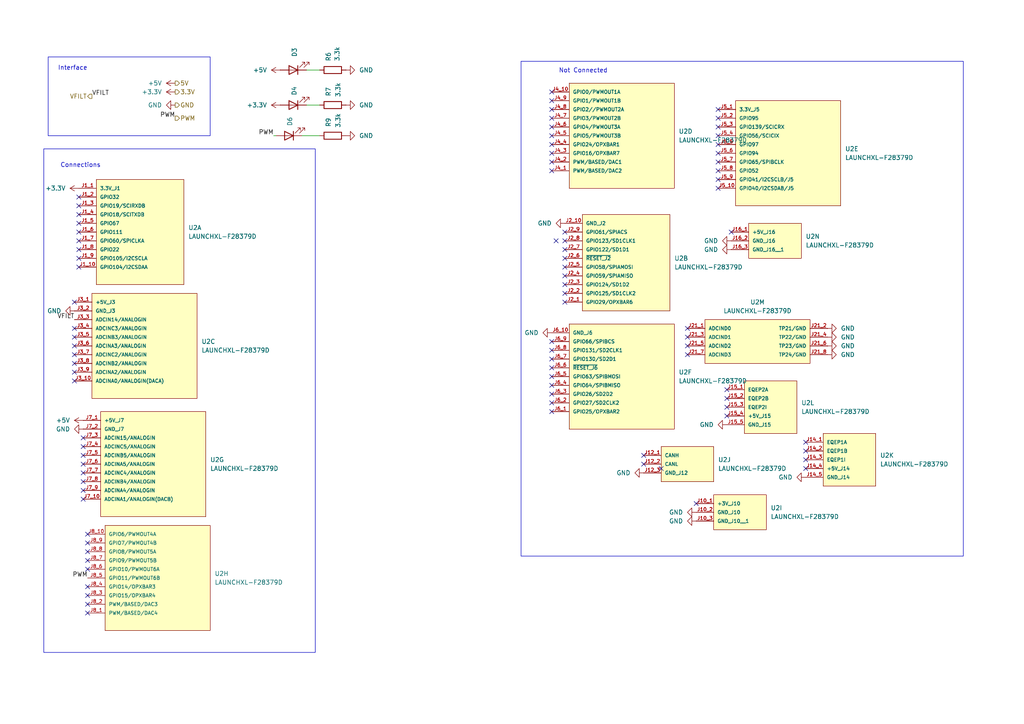
<source format=kicad_sch>
(kicad_sch (version 20231120) (generator "eeschema") (generator_version "8.0")
  (paper "A4")
  (title_block (title "Buck Converter") (date "2025-02-01") (rev "v0"))
  (lib_symbols
    (symbol "Device:R" (pin_numbers hide) (pin_names (offset 0))
      (property "Reference" "R" (at 2.032 0 90))
      (property "Value" "R" (at 0 0 90))
      (symbol "R_0_1"
        (rectangle (start -1.016 -2.54) (end 1.016 2.54) (stroke (width 0.254)))
      )
      (symbol "R_1_1"
        (pin passive line (at 0 3.81 270) (length 1.27) (name "~") (number "1"))
        (pin passive line (at 0 -3.81 90) (length 1.27) (name "~") (number "2"))
      )
    )
    (symbol "LAUNCHXL-F28379D:LAUNCHXL-F28379D" (pin_names (offset 1.016))
      (property "Reference" "U" (at -12.2428 15.9258 0))
      (property "Value" "LAUNCHXL-F28379D" (at -12.7 -17.272 0))
      (symbol "LAUNCHXL-F28379D_1_0"
        (rectangle (start -12.7 -15.24) (end 12.7 15.24) (stroke (width 0.1524)) (fill (type background)))
        (pin power_in line (at -17.78 12.7 0) (length 5.08) (name "3.3V_J1") (number "J1_1"))
        (pin bidirectional line (at -17.78 -10.16 0) (length 5.08) (name "GPIO104/I2CSDAA") (number "J1_10"))
        (pin bidirectional line (at -17.78 10.16 0) (length 5.08) (name "GPIO32") (number "J1_2"))
        (pin bidirectional line (at -17.78 7.62 0) (length 5.08) (name "GPIO19/SCIRXDB") (number "J1_3"))
        (pin bidirectional line (at -17.78 5.08 0) (length 5.08) (name "GPIO18/SCITXDB") (number "J1_4"))
        (pin bidirectional line (at -17.78 2.54 0) (length 5.08) (name "GPIO67") (number "J1_5"))
        (pin bidirectional line (at -17.78 0 0) (length 5.08) (name "GPIO111") (number "J1_6"))
        (pin bidirectional line (at -17.78 -2.54 0) (length 5.08) (name "GPIO60/SPICLKA") (number "J1_7"))
        (pin bidirectional line (at -17.78 -5.08 0) (length 5.08) (name "GPIO22") (number "J1_8"))
        (pin bidirectional line (at -17.78 -7.62 0) (length 5.08) (name "GPIO105/I2CSCLA") (number "J1_9"))
      )
      (symbol "LAUNCHXL-F28379D_2_0"
        (rectangle (start -12.7 -12.7) (end 12.7 15.24) (stroke (width 0.1524)) (fill (type background)))
        (pin bidirectional line (at -17.78 -10.16 0) (length 5.08) (name "GPIO29/OPXBAR6") (number "J2_1"))
        (pin power_in line (at -17.78 12.7 0) (length 5.08) (name "GND_J2") (number "J2_10"))
        (pin bidirectional line (at -17.78 -7.62 0) (length 5.08) (name "GPIO125/SD1CLK2") (number "J2_2"))
        (pin bidirectional line (at -17.78 -5.08 0) (length 5.08) (name "GPIO124/SD1D2") (number "J2_3"))
        (pin bidirectional line (at -17.78 -2.54 0) (length 5.08) (name "GPIO59/SPIAMISO") (number "J2_4"))
        (pin bidirectional line (at -17.78 0 0) (length 5.08) (name "GPIO58/SPIAMOSI") (number "J2_5"))
        (pin bidirectional line (at -17.78 2.54 0) (length 5.08) (name "~{RESET_J2}") (number "J2_6"))
        (pin bidirectional line (at -17.78 5.08 0) (length 5.08) (name "GPIO122/SD1D1") (number "J2_7"))
        (pin bidirectional line (at -17.78 7.62 0) (length 5.08) (name "GPIO123/SD1CLK1") (number "J2_8"))
        (pin bidirectional line (at -17.78 10.16 0) (length 5.08) (name "GPIO61/SPIACS") (number "J2_9"))
      )
      (symbol "LAUNCHXL-F28379D_3_0"
        (rectangle (start -15.24 -15.24) (end 15.24 15.24) (stroke (width 0.1524)) (fill (type background)))
        (pin power_in line (at -20.32 12.7 0) (length 5.08) (name "+5V_J3") (number "J3_1"))
        (pin bidirectional line (at -20.32 -10.16 0) (length 5.08) (name "ADCINA0/ANALOGIN(DACA)") (number "J3_10"))
        (pin power_in line (at -20.32 10.16 0) (length 5.08) (name "GND_J3") (number "J3_2"))
        (pin bidirectional line (at -20.32 7.62 0) (length 5.08) (name "ADCIN14/ANALOGIN") (number "J3_3"))
        (pin bidirectional line (at -20.32 5.08 0) (length 5.08) (name "ADCINC3/ANALOGIN") (number "J3_4"))
        (pin bidirectional line (at -20.32 2.54 0) (length 5.08) (name "ADCINB3/ANALOGIN") (number "J3_5"))
        (pin bidirectional line (at -20.32 0 0) (length 5.08) (name "ADCINA3/ANALOGIN") (number "J3_6"))
        (pin bidirectional line (at -20.32 -2.54 0) (length 5.08) (name "ADCINC2/ANALOGIN") (number "J3_7"))
        (pin bidirectional line (at -20.32 -5.08 0) (length 5.08) (name "ADCINB2/ANALOGIN") (number "J3_8"))
        (pin bidirectional line (at -20.32 -7.62 0) (length 5.08) (name "ADCINA2/ANALOGIN") (number "J3_9"))
      )
      (symbol "LAUNCHXL-F28379D_4_0"
        (rectangle (start -15.24 -15.24) (end 15.24 15.24) (stroke (width 0.1524)) (fill (type background)))
        (pin bidirectional line (at -20.32 -10.16 0) (length 5.08) (name "PWM/BASED/DAC2") (number "J4_1"))
        (pin bidirectional line (at -20.32 12.7 0) (length 5.08) (name "GPIO0/PWMOUT1A") (number "J4_10"))
        (pin bidirectional line (at -20.32 -7.62 0) (length 5.08) (name "PWM/BASED/DAC1") (number "J4_2"))
        (pin bidirectional line (at -20.32 -5.08 0) (length 5.08) (name "GPIO16/OPXBAR7") (number "J4_3"))
        (pin bidirectional line (at -20.32 -2.54 0) (length 5.08) (name "GPIO24/OPXBAR1") (number "J4_4"))
        (pin bidirectional line (at -20.32 0 0) (length 5.08) (name "GPIO5/PWMOUT3B") (number "J4_5"))
        (pin bidirectional line (at -20.32 2.54 0) (length 5.08) (name "GPIO4/PWMOUT3A") (number "J4_6"))
        (pin bidirectional line (at -20.32 5.08 0) (length 5.08) (name "GPIO3/PWMOUT2B") (number "J4_7"))
        (pin bidirectional line (at -20.32 7.62 0) (length 5.08) (name "GPIO2//PWMOUT2A") (number "J4_8"))
        (pin bidirectional line (at -20.32 10.16 0) (length 5.08) (name "GPIO1/PWMOUT1B") (number "J4_9"))
      )
      (symbol "LAUNCHXL-F28379D_5_0"
        (rectangle (start -15.24 -15.24) (end 15.24 15.24) (stroke (width 0.1524)) (fill (type background)))
        (pin power_in line (at -20.32 12.7 0) (length 5.08) (name "3.3V_J5") (number "J5_1"))
        (pin bidirectional line (at -20.32 -10.16 0) (length 5.08) (name "GPIO40/I2CSDAB/J5") (number "J5_10"))
        (pin bidirectional line (at -20.32 10.16 0) (length 5.08) (name "GPIO95") (number "J5_2"))
        (pin bidirectional line (at -20.32 7.62 0) (length 5.08) (name "GPIO139/SCICRX") (number "J5_3"))
        (pin bidirectional line (at -20.32 5.08 0) (length 5.08) (name "GPIO56/SCICIX") (number "J5_4"))
        (pin bidirectional line (at -20.32 2.54 0) (length 5.08) (name "GPIO97") (number "J5_5"))
        (pin bidirectional line (at -20.32 0 0) (length 5.08) (name "GPIO94") (number "J5_6"))
        (pin bidirectional line (at -20.32 -2.54 0) (length 5.08) (name "GPIO65/SPIBCLK") (number "J5_7"))
        (pin bidirectional line (at -20.32 -5.08 0) (length 5.08) (name "GPIO52") (number "J5_8"))
        (pin bidirectional line (at -20.32 -7.62 0) (length 5.08) (name "GPIO41/I2CSCLB/J5") (number "J5_9"))
      )
      (symbol "LAUNCHXL-F28379D_6_0"
        (rectangle (start -15.24 -15.24) (end 15.24 15.24) (stroke (width 0.1524)) (fill (type background)))
        (pin bidirectional line (at -20.32 -10.16 0) (length 5.08) (name "GPIO25/OPXBAR2") (number "J6_1"))
        (pin power_in line (at -20.32 12.7 0) (length 5.08) (name "GND_J6") (number "J6_10"))
        (pin bidirectional line (at -20.32 -7.62 0) (length 5.08) (name "GPIO27/SD2CLK2") (number "J6_2"))
        (pin bidirectional line (at -20.32 -5.08 0) (length 5.08) (name "GPIO26/SD2D2") (number "J6_3"))
        (pin bidirectional line (at -20.32 -2.54 0) (length 5.08) (name "GPIO64/SPIBMISO") (number "J6_4"))
        (pin bidirectional line (at -20.32 0 0) (length 5.08) (name "GPIO63/SPIBMOSI") (number "J6_5"))
        (pin bidirectional line (at -20.32 2.54 0) (length 5.08) (name "~{RESET_J6}") (number "J6_6"))
        (pin bidirectional line (at -20.32 5.08 0) (length 5.08) (name "GPIO130/SD2D1") (number "J6_7"))
        (pin bidirectional line (at -20.32 7.62 0) (length 5.08) (name "GPIO131/SD2CLK1") (number "J6_8"))
        (pin bidirectional line (at -20.32 10.16 0) (length 5.08) (name "GPIO66/SPIBCS") (number "J6_9"))
      )
      (symbol "LAUNCHXL-F28379D_7_0"
        (rectangle (start -15.24 -15.24) (end 15.24 15.24) (stroke (width 0.1524)) (fill (type background)))
        (pin power_in line (at -20.32 12.7 0) (length 5.08) (name "+5V_J7") (number "J7_1"))
        (pin bidirectional line (at -20.32 -10.16 0) (length 5.08) (name "ADCINA1/ANALOGIN(DACB)") (number "J7_10"))
        (pin power_in line (at -20.32 10.16 0) (length 5.08) (name "GND_J7") (number "J7_2"))
        (pin bidirectional line (at -20.32 7.62 0) (length 5.08) (name "ADCIN15/ANALOGIN") (number "J7_3"))
        (pin bidirectional line (at -20.32 5.08 0) (length 5.08) (name "ADCINC5/ANALOGIN") (number "J7_4"))
        (pin bidirectional line (at -20.32 2.54 0) (length 5.08) (name "ADCINB5/ANALOGIN") (number "J7_5"))
        (pin bidirectional line (at -20.32 0 0) (length 5.08) (name "ADCINA5/ANALOGIN") (number "J7_6"))
        (pin bidirectional line (at -20.32 -2.54 0) (length 5.08) (name "ADCINC4/ANALOGIN") (number "J7_7"))
        (pin bidirectional line (at -20.32 -5.08 0) (length 5.08) (name "ADCINB4/ANALOGIN") (number "J7_8"))
        (pin bidirectional line (at -20.32 -7.62 0) (length 5.08) (name "ADCINA4/ANALOGIN") (number "J7_9"))
      )
      (symbol "LAUNCHXL-F28379D_8_0"
        (rectangle (start -15.24 -15.24) (end 15.24 15.24) (stroke (width 0.1524)) (fill (type background)))
        (pin bidirectional line (at -20.32 -10.16 0) (length 5.08) (name "PWM/BASED/DAC4") (number "J8_1"))
        (pin bidirectional line (at -20.32 12.7 0) (length 5.08) (name "GPIO6/PWMOUT4A") (number "J8_10"))
        (pin bidirectional line (at -20.32 -7.62 0) (length 5.08) (name "PWM/BASED/DAC3") (number "J8_2"))
        (pin bidirectional line (at -20.32 -5.08 0) (length 5.08) (name "GPIO15/OPXBAR4") (number "J8_3"))
        (pin bidirectional line (at -20.32 -2.54 0) (length 5.08) (name "GPIO14/OPXBAR3") (number "J8_4"))
        (pin bidirectional line (at -20.32 0 0) (length 5.08) (name "GPIO11/PWMOUT6B") (number "J8_5"))
        (pin bidirectional line (at -20.32 2.54 0) (length 5.08) (name "GPIO10/PWMOUT6A") (number "J8_6"))
        (pin bidirectional line (at -20.32 5.08 0) (length 5.08) (name "GPIO9/PWMOUT5B") (number "J8_7"))
        (pin bidirectional line (at -20.32 7.62 0) (length 5.08) (name "GPIO8/PWMOUT5A") (number "J8_8"))
        (pin bidirectional line (at -20.32 10.16 0) (length 5.08) (name "GPIO7/PWMOUT4B") (number "J8_9"))
      )
      (symbol "LAUNCHXL-F28379D_9_0"
        (rectangle (start -7.62 -7.62) (end 7.62 2.54) (stroke (width 0.1524)) (fill (type background)))
        (pin power_in line (at -12.7 0 0) (length 5.08) (name "+3V_J10") (number "J10_1"))
        (pin power_in line (at -12.7 -2.54 0) (length 5.08) (name "GND_J10") (number "J10_2"))
        (pin power_in line (at -12.7 -5.08 0) (length 5.08) (name "GND_J10__1") (number "J10_3"))
      )
      (symbol "LAUNCHXL-F28379D_10_0"
        (rectangle (start -7.62 -5.08) (end 7.62 5.08) (stroke (width 0.1524)) (fill (type background)))
        (pin bidirectional line (at -12.7 2.54 0) (length 5.08) (name "CANH") (number "J12_1"))
        (pin bidirectional line (at -12.7 0 0) (length 5.08) (name "CANL") (number "J12_2"))
        (pin power_in line (at -12.7 -2.54 0) (length 5.08) (name "GND_J12") (number "J12_3"))
      )
      (symbol "LAUNCHXL-F28379D_11_0"
        (rectangle (start -7.62 -7.62) (end 7.62 7.62) (stroke (width 0.1524)) (fill (type background)))
        (pin bidirectional line (at -12.7 5.08 0) (length 5.08) (name "EQEP1A") (number "J14_1"))
        (pin bidirectional line (at -12.7 2.54 0) (length 5.08) (name "EQEP1B") (number "J14_2"))
        (pin bidirectional line (at -12.7 0 0) (length 5.08) (name "EQEP1I") (number "J14_3"))
        (pin power_in line (at -12.7 -2.54 0) (length 5.08) (name "+5V_J14") (number "J14_4"))
        (pin power_in line (at -12.7 -5.08 0) (length 5.08) (name "GND_J14") (number "J14_5"))
      )
      (symbol "LAUNCHXL-F28379D_12_0"
        (rectangle (start -7.62 -7.62) (end 7.62 7.62) (stroke (width 0.1524)) (fill (type background)))
        (pin bidirectional line (at -12.7 5.08 0) (length 5.08) (name "EQEP2A") (number "J15_1"))
        (pin bidirectional line (at -12.7 2.54 0) (length 5.08) (name "EQEP2B") (number "J15_2"))
        (pin bidirectional line (at -12.7 0 0) (length 5.08) (name "EQEP2I") (number "J15_3"))
        (pin power_in line (at -12.7 -2.54 0) (length 5.08) (name "+5V_J15") (number "J15_4"))
        (pin power_in line (at -12.7 -5.08 0) (length 5.08) (name "GND_J15") (number "J15_5"))
      )
      (symbol "LAUNCHXL-F28379D_13_0"
        (rectangle (start -15.24 -7.62) (end 15.24 5.08) (stroke (width 0.1524)) (fill (type background)))
        (pin input line (at -20.32 2.54 0) (length 5.08) (name "ADCIND0") (number "J21_1"))
        (pin power_in line (at 20.32 2.54 180) (length 5.08) (name "TP21/GND") (number "J21_2"))
        (pin input line (at -20.32 0 0) (length 5.08) (name "ADCIND1") (number "J21_3"))
        (pin power_in line (at 20.32 0 180) (length 5.08) (name "TP22/GND") (number "J21_4"))
        (pin input line (at -20.32 -2.54 0) (length 5.08) (name "ADCIND2") (number "J21_5"))
        (pin power_in line (at 20.32 -2.54 180) (length 5.08) (name "TP23/GND") (number "J21_6"))
        (pin input line (at -20.32 -5.08 0) (length 5.08) (name "ADCIND3") (number "J21_7"))
        (pin power_in line (at 20.32 -5.08 180) (length 5.08) (name "TP24/GND") (number "J21_8"))
      )
      (symbol "LAUNCHXL-F28379D_14_0"
        (rectangle (start -7.62 -5.08) (end 7.62 5.08) (stroke (width 0.1524)) (fill (type background)))
        (pin power_in line (at -12.7 2.54 0) (length 5.08) (name "+5V_J16") (number "J16_1"))
        (pin power_in line (at -12.7 0 0) (length 5.08) (name "GND_J16") (number "J16_2"))
        (pin power_in line (at -12.7 -2.54 0) (length 5.08) (name "GND_J16__1") (number "J16_3"))
      )
    )
    (symbol "LED:IR26-21C_L110_TR8" (pin_numbers hide) (pin_names (offset 1.016) hide)
      (property "Reference" "D" (at 0 2.54 0))
      (property "Value" "IR26-21C_L110_TR8" (at 0 -3.81 0))
      (symbol "IR26-21C_L110_TR8_0_1"
        (polyline (pts (xy -1.27 -1.27) (xy -1.27 1.27)) (stroke (width 0.254)))
        (polyline (pts (xy -1.27 0) (xy 1.27 0)))
        (polyline (pts (xy 1.27 -1.27) (xy 1.27 1.27) (xy -1.27 0) (xy 1.27 -1.27)) (stroke (width 0.254)))
        (polyline (pts (xy -3.048 -0.762) (xy -4.572 -2.286) (xy -3.81 -2.286) (xy -4.572 -2.286) (xy -4.572 -1.524)))
        (polyline (pts (xy -1.778 -0.762) (xy -3.302 -2.286) (xy -2.54 -2.286) (xy -3.302 -2.286) (xy -3.302 -1.524)))
      )
      (symbol "IR26-21C_L110_TR8_1_1"
        (pin passive line (at -3.81 0 0) (length 2.54) (name "K") (number "1"))
        (pin passive line (at 3.81 0 180) (length 2.54) (name "A") (number "2"))
      )
    )
    (symbol "power:+3.3V" (power) (pin_numbers hide) (pin_names (offset 0) hide)
      (property "Value" "+3.3V" (at 0 3.556 0))
      (symbol "+3.3V_0_1"
        (polyline (pts (xy -0.762 1.27) (xy 0 2.54)))
        (polyline (pts (xy 0 0) (xy 0 2.54)))
        (polyline (pts (xy 0 2.54) (xy 0.762 1.27)))
      )
      (symbol "+3.3V_1_1"
        (pin power_in line (at 0 0 90) (length 0) (name "~") (number "1"))
      )
    )
    (symbol "power:+5V" (power) (pin_numbers hide) (pin_names (offset 0) hide)
      (property "Value" "+5V" (at 0 3.556 0))
      (symbol "+5V_0_1"
        (polyline (pts (xy -0.762 1.27) (xy 0 2.54)))
        (polyline (pts (xy 0 0) (xy 0 2.54)))
        (polyline (pts (xy 0 2.54) (xy 0.762 1.27)))
      )
      (symbol "+5V_1_1"
        (pin power_in line (at 0 0 90) (length 0) (name "~") (number "1"))
      )
    )
    (symbol "power:GND" (power) (pin_numbers hide) (pin_names (offset 0) hide)
      (property "Value" "GND" (at 0 -3.81 0))
      (symbol "GND_0_1"
        (polyline (pts (xy 0 0) (xy 0 -1.27) (xy 1.27 -1.27) (xy 0 -2.54) (xy -1.27 -1.27) (xy 0 -1.27)))
      )
      (symbol "GND_1_1"
        (pin power_in line (at 0 0 270) (length 0) (name "~") (number "1"))
      )
    )
  )
  (no_connect (at 163.83 74.93))
  (no_connect (at 163.83 69.85))
  (no_connect (at 160.02 29.21))
  (no_connect (at 25.4 157.48))
  (no_connect (at 25.4 172.72))
  (no_connect (at 199.39 95.25))
  (no_connect (at 21.59 107.95))
  (no_connect (at 25.4 177.8))
  (no_connect (at 24.13 129.54))
  (no_connect (at 160.02 109.22))
  (no_connect (at 24.13 139.7))
  (no_connect (at 25.4 154.94))
  (no_connect (at 210.82 115.57))
  (no_connect (at 25.4 175.26))
  (no_connect (at 160.02 44.45))
  (no_connect (at 212.09 67.31))
  (no_connect (at 22.86 74.93))
  (no_connect (at 21.59 105.41))
  (no_connect (at 208.28 39.37))
  (no_connect (at 186.69 134.62))
  (no_connect (at 160.02 104.14))
  (no_connect (at 160.02 116.84))
  (no_connect (at 160.02 111.76))
  (no_connect (at 160.02 41.91))
  (no_connect (at 163.83 77.47))
  (no_connect (at 233.68 128.27))
  (no_connect (at 160.02 46.99))
  (no_connect (at 22.86 67.31))
  (no_connect (at 160.02 26.67))
  (no_connect (at 163.83 80.01))
  (no_connect (at 208.28 44.45))
  (no_connect (at 25.4 162.56))
  (no_connect (at 199.39 100.33))
  (no_connect (at 160.02 49.53))
  (no_connect (at 24.13 137.16))
  (no_connect (at 208.28 36.83))
  (no_connect (at 24.13 134.62))
  (no_connect (at 21.59 102.87))
  (no_connect (at 163.83 82.55))
  (no_connect (at 208.28 34.29))
  (no_connect (at 191.77 135.89))
  (no_connect (at 160.02 106.68))
  (no_connect (at 163.83 72.39))
  (no_connect (at 233.68 133.35))
  (no_connect (at 22.86 62.23))
  (no_connect (at 21.59 100.33))
  (no_connect (at 201.93 146.05))
  (no_connect (at 208.28 41.91))
  (no_connect (at 25.4 165.1))
  (no_connect (at 24.13 127))
  (no_connect (at 160.02 39.37))
  (no_connect (at 233.68 135.89))
  (no_connect (at 21.59 110.49))
  (no_connect (at 210.82 118.11))
  (no_connect (at 210.82 120.65))
  (no_connect (at 163.83 87.63))
  (no_connect (at 160.02 34.29))
  (no_connect (at 22.86 69.85))
  (no_connect (at 163.83 67.31))
  (no_connect (at 25.4 160.02))
  (no_connect (at 21.59 87.63))
  (no_connect (at 208.28 54.61))
  (no_connect (at 208.28 52.07))
  (no_connect (at 160.02 99.06))
  (no_connect (at 163.83 85.09))
  (no_connect (at 199.39 102.87))
  (no_connect (at 22.86 57.15))
  (no_connect (at 160.02 101.6))
  (no_connect (at 22.86 77.47))
  (no_connect (at 22.86 59.69))
  (no_connect (at 25.4 170.18))
  (no_connect (at 199.39 97.79))
  (no_connect (at 208.28 31.75))
  (no_connect (at 21.59 97.79))
  (no_connect (at 160.02 119.38))
  (no_connect (at 24.13 144.78))
  (no_connect (at 24.13 132.08))
  (no_connect (at 22.86 72.39))
  (no_connect (at 208.28 46.99))
  (no_connect (at 24.13 142.24))
  (no_connect (at 210.82 113.03))
  (no_connect (at 160.02 31.75))
  (no_connect (at 233.68 130.81))
  (no_connect (at 186.69 132.08))
  (no_connect (at 21.59 95.25))
  (no_connect (at 160.02 114.3))
  (no_connect (at 208.28 49.53))
  (no_connect (at 161.29 69.85))
  (no_connect (at 160.02 36.83))
  (no_connect (at 22.86 64.77))
  (wire (pts (xy 88.9 20.32) (xy 92.71 20.32)))
  (wire (pts (xy 79.375 39.37) (xy 80.01 39.37)))
  (wire (pts (xy 87.63 39.37) (xy 92.71 39.37)))
  (wire (pts (xy 88.9 30.48) (xy 92.71 30.48)))
  (rectangle (start 13.97 16.51) (end 60.96 39.37))
  (rectangle (start 12.7 43.18) (end 91.44 189.23))
  (rectangle (start 151.13 17.78) (end 279.4 161.29))
  (text "Not Connected" (at 169.164 20.574 0) (effects (font (size 1.27 1.27))))
  (text "Connections" (at 23.368 48.006 0) (effects (font (size 1.27 1.27))))
  (text "Interface" (at 21.082 19.812 0) (effects (font (size 1.27 1.27))))
  (label "VFILT" (at 26.67 27.94 0))
  (label "PWM" (at 50.8 34.29 180))
  (label "PWM" (at 25.4 167.64 180))
  (label "VFILT" (at 21.59 92.71 180))
  (label "PWM" (at 79.375 39.37 180))
  (hierarchical_label "PWM" (shape output) (at 50.8 34.29 0))
  (hierarchical_label "GND" (shape output) (at 50.8 30.48 0))
  (hierarchical_label "VFILT" (shape output) (at 26.67 27.94 180))
  (hierarchical_label "5V" (shape output) (at 50.8 24.13 0))
  (hierarchical_label "3.3V" (shape output) (at 50.8 26.67 0))
  (symbol (lib_id "power:+5V") (at 81.28 20.32 90) (unit 1)
    (property "Reference" "#PWR044" (effects (hide yes)))
    (property "Value" "+5V" (at 77.47 20.3199 90) (effects (justify left)))
    (property "Description" "Power symbol creates a global label with name \"+5V\"" (effects (hide yes)))
  )
  (symbol (lib_id "Device:R") (at 96.52 20.32 90) (unit 1)
    (property "Reference" "R6" (at 95.2499 17.78 0) (effects (justify left)))
    (property "Value" "3.3k" (at 97.7899 17.78 0) (effects (justify left)))
    (property "Footprint" "Resistor_SMD:R_0805_2012Metric_Pad1.20x1.40mm_HandSolder" (effects (hide yes)))
    (property "Datasheet" "ERU-P06F3301V" (effects (hide yes)))
    (property "Description" "Resistor" (effects (hide yes)))
    (property "Part Number" "ERU-P06F3301V" (effects (hide yes)))
  )
  (symbol (lib_id "LAUNCHXL-F28379D:LAUNCHXL-F28379D") (at 45.72 167.64 0) (unit 8)
    (property "Reference" "U2" (at 62.23 166.3699 0) (effects (justify left)))
    (property "Value" "LAUNCHXL-F28379D" (at 62.23 168.9099 0) (effects (justify left)))
    (property "Footprint" "BuckConverter:MOD_LAUNCHXL-F28379D" (effects (hide yes)))
    (property "PARTREV" "2.0" (effects (hide yes)))
    (property "STANDARD" "Manufacturer Recommendations" (effects (hide yes)))
    (property "MANUFACTURER" "Texas Instruments" (effects (hide yes)))
  )
  (symbol (lib_id "power:GND") (at 233.68 138.43 270) (unit 1)
    (property "Reference" "#PWR028" (effects (hide yes)))
    (property "Value" "GND" (at 229.87 138.4299 90) (effects (justify right)))
    (property "Description" "Power symbol creates a global label with name \"GND\" , ground" (effects (hide yes)))
  )
  (symbol (lib_id "power:GND") (at 160.02 96.52 270) (unit 1)
    (property "Reference" "#PWR024" (effects (hide yes)))
    (property "Value" "GND" (at 156.21 96.5199 90) (effects (justify right)))
    (property "Description" "Power symbol creates a global label with name \"GND\" , ground" (effects (hide yes)))
  )
  (symbol (lib_id "LAUNCHXL-F28379D:LAUNCHXL-F28379D") (at 228.6 44.45 0) (unit 5)
    (property "Reference" "U2" (at 245.11 43.1799 0) (effects (justify left)))
    (property "Value" "LAUNCHXL-F28379D" (at 245.11 45.7199 0) (effects (justify left)))
    (property "Footprint" "BuckConverter:MOD_LAUNCHXL-F28379D" (effects (hide yes)))
    (property "PARTREV" "2.0" (effects (hide yes)))
    (property "STANDARD" "Manufacturer Recommendations" (effects (hide yes)))
    (property "MANUFACTURER" "Texas Instruments" (effects (hide yes)))
  )
  (symbol (lib_id "power:GND") (at 100.33 39.37 90) (unit 1)
    (property "Reference" "#PWR048" (effects (hide yes)))
    (property "Value" "GND" (at 104.14 39.3699 90) (effects (justify right)))
    (property "Description" "Power symbol creates a global label with name \"GND\" , ground" (effects (hide yes)))
  )
  (symbol (lib_id "power:+5V") (at 50.8 24.13 90) (unit 1)
    (property "Reference" "#PWR017" (effects (hide yes)))
    (property "Value" "+5V" (at 46.99 24.1299 90) (effects (justify left)))
    (property "Description" "Power symbol creates a global label with name \"+5V\"" (effects (hide yes)))
  )
  (symbol (lib_id "power:GND") (at 212.09 69.85 270) (unit 1)
    (property "Reference" "#PWR030" (effects (hide yes)))
    (property "Value" "GND" (at 208.28 69.8499 90) (effects (justify right)))
    (property "Description" "Power symbol creates a global label with name \"GND\" , ground" (effects (hide yes)))
  )
  (symbol (lib_id "power:+5V") (at 24.13 121.92 90) (unit 1)
    (property "Reference" "#PWR036" (effects (hide yes)))
    (property "Value" "+5V" (at 20.32 121.9199 90) (effects (justify left)))
    (property "Description" "Power symbol creates a global label with name \"+5V\"" (effects (hide yes)))
  )
  (symbol (lib_id "LAUNCHXL-F28379D:LAUNCHXL-F28379D") (at 40.64 67.31 0) (unit 1)
    (property "Reference" "U2" (at 54.61 66.0399 0) (effects (justify left)))
    (property "Value" "LAUNCHXL-F28379D" (at 54.61 68.5799 0) (effects (justify left)))
    (property "Footprint" "BuckConverter:MOD_LAUNCHXL-F28379D" (effects (hide yes)))
    (property "PARTREV" "2.0" (effects (hide yes)))
    (property "STANDARD" "Manufacturer Recommendations" (effects (hide yes)))
    (property "MANUFACTURER" "Texas Instruments" (effects (hide yes)))
  )
  (symbol (lib_id "LAUNCHXL-F28379D:LAUNCHXL-F28379D") (at 214.63 146.05 0) (unit 9)
    (property "Reference" "U2" (at 223.52 147.3199 0) (effects (justify left)))
    (property "Value" "LAUNCHXL-F28379D" (at 223.52 149.8599 0) (effects (justify left)))
    (property "Footprint" "BuckConverter:MOD_LAUNCHXL-F28379D" (effects (hide yes)))
    (property "PARTREV" "2.0" (effects (hide yes)))
    (property "STANDARD" "Manufacturer Recommendations" (effects (hide yes)))
    (property "MANUFACTURER" "Texas Instruments" (effects (hide yes)))
  )
  (symbol (lib_id "power:GND") (at 21.59 90.17 270) (unit 1)
    (property "Reference" "#PWR023" (effects (hide yes)))
    (property "Value" "GND" (at 17.78 90.1699 90) (effects (justify right)))
    (property "Description" "Power symbol creates a global label with name \"GND\" , ground" (effects (hide yes)))
  )
  (symbol (lib_id "LED:IR26-21C_L110_TR8") (at 85.09 20.32 180) (unit 1)
    (property "Reference" "D3" (at 85.4074 16.51 90) (effects (justify right)))
    (property "Value" "IR26-21C_L110_TR8" (effects (hide yes)))
    (property "Footprint" "LED_SMD:LED_1206_3216Metric" (effects (hide yes)))
    (property "Datasheet" "http://www.everlight.com/file/ProductFile/IR26-21C-L110-TR8.pdf" (effects (hide yes)))
    (property "Description" "940nm, 20 deg, Infrared LED, 1206" (effects (hide yes)))
  )
  (symbol (lib_id "LAUNCHXL-F28379D:LAUNCHXL-F28379D") (at 199.39 134.62 0) (unit 10)
    (property "Reference" "U2" (at 208.28 133.3499 0) (effects (justify left)))
    (property "Value" "LAUNCHXL-F28379D" (at 208.28 135.8899 0) (effects (justify left)))
    (property "Footprint" "BuckConverter:MOD_LAUNCHXL-F28379D" (effects (hide yes)))
    (property "PARTREV" "2.0" (effects (hide yes)))
    (property "STANDARD" "Manufacturer Recommendations" (effects (hide yes)))
    (property "MANUFACTURER" "Texas Instruments" (effects (hide yes)))
  )
  (symbol (lib_id "power:GND") (at 240.03 97.79 90) (unit 1)
    (property "Reference" "#PWR033" (effects (hide yes)))
    (property "Value" "GND" (at 243.84 97.7899 90) (effects (justify right)))
    (property "Description" "Power symbol creates a global label with name \"GND\" , ground" (effects (hide yes)))
  )
  (symbol (lib_id "LAUNCHXL-F28379D:LAUNCHXL-F28379D") (at 224.79 69.85 0) (unit 14)
    (property "Reference" "U2" (at 233.68 68.5799 0) (effects (justify left)))
    (property "Value" "LAUNCHXL-F28379D" (at 233.68 71.1199 0) (effects (justify left)))
    (property "Footprint" "BuckConverter:MOD_LAUNCHXL-F28379D" (effects (hide yes)))
    (property "PARTREV" "2.0" (effects (hide yes)))
    (property "STANDARD" "Manufacturer Recommendations" (effects (hide yes)))
    (property "MANUFACTURER" "Texas Instruments" (effects (hide yes)))
  )
  (symbol (lib_id "power:GND") (at 201.93 151.13 270) (unit 1)
    (property "Reference" "#PWR026" (effects (hide yes)))
    (property "Value" "GND" (at 198.12 151.1299 90) (effects (justify right)))
    (property "Description" "Power symbol creates a global label with name \"GND\" , ground" (effects (hide yes)))
  )
  (symbol (lib_id "LAUNCHXL-F28379D:LAUNCHXL-F28379D") (at 181.61 77.47 0) (unit 2)
    (property "Reference" "U2" (at 195.58 74.9299 0) (effects (justify left)))
    (property "Value" "LAUNCHXL-F28379D" (at 195.58 77.4699 0) (effects (justify left)))
    (property "Footprint" "BuckConverter:MOD_LAUNCHXL-F28379D" (effects (hide yes)))
    (property "PARTREV" "2.0" (effects (hide yes)))
    (property "STANDARD" "Manufacturer Recommendations" (effects (hide yes)))
    (property "MANUFACTURER" "Texas Instruments" (effects (hide yes)))
  )
  (symbol (lib_id "power:+3.3V") (at 22.86 54.61 90) (unit 1)
    (property "Reference" "#PWR020" (effects (hide yes)))
    (property "Value" "+3.3V" (at 19.05 54.6099 90) (effects (justify left)))
    (property "Description" "Power symbol creates a global label with name \"+3.3V\"" (effects (hide yes)))
  )
  (symbol (lib_id "LAUNCHXL-F28379D:LAUNCHXL-F28379D") (at 41.91 100.33 0) (unit 3)
    (property "Reference" "U2" (at 58.42 99.0599 0) (effects (justify left)))
    (property "Value" "LAUNCHXL-F28379D" (at 58.42 101.5999 0) (effects (justify left)))
    (property "Footprint" "BuckConverter:MOD_LAUNCHXL-F28379D" (effects (hide yes)))
    (property "PARTREV" "2.0" (effects (hide yes)))
    (property "STANDARD" "Manufacturer Recommendations" (effects (hide yes)))
    (property "MANUFACTURER" "Texas Instruments" (effects (hide yes)))
  )
  (symbol (lib_id "power:GND") (at 100.33 30.48 90) (unit 1)
    (property "Reference" "#PWR047" (effects (hide yes)))
    (property "Value" "GND" (at 104.14 30.4799 90) (effects (justify right)))
    (property "Description" "Power symbol creates a global label with name \"GND\" , ground" (effects (hide yes)))
  )
  (symbol (lib_id "power:GND") (at 50.8 30.48 270) (unit 1)
    (property "Reference" "#PWR019" (effects (hide yes)))
    (property "Value" "GND" (at 46.99 30.4799 90) (effects (justify right)))
    (property "Description" "Power symbol creates a global label with name \"GND\" , ground" (effects (hide yes)))
  )
  (symbol (lib_id "LAUNCHXL-F28379D:LAUNCHXL-F28379D") (at 180.34 39.37 0) (unit 4)
    (property "Reference" "U2" (at 196.85 38.0999 0) (effects (justify left)))
    (property "Value" "LAUNCHXL-F28379D" (at 196.85 40.6399 0) (effects (justify left)))
    (property "Footprint" "BuckConverter:MOD_LAUNCHXL-F28379D" (effects (hide yes)))
    (property "PARTREV" "2.0" (effects (hide yes)))
    (property "STANDARD" "Manufacturer Recommendations" (effects (hide yes)))
    (property "MANUFACTURER" "Texas Instruments" (effects (hide yes)))
  )
  (symbol (lib_id "power:GND") (at 240.03 95.25 90) (unit 1)
    (property "Reference" "#PWR032" (effects (hide yes)))
    (property "Value" "GND" (at 243.84 95.2499 90) (effects (justify right)))
    (property "Description" "Power symbol creates a global label with name \"GND\" , ground" (effects (hide yes)))
  )
  (symbol (lib_id "power:GND") (at 210.82 123.19 270) (unit 1)
    (property "Reference" "#PWR029" (effects (hide yes)))
    (property "Value" "GND" (at 207.01 123.1899 90) (effects (justify right)))
    (property "Description" "Power symbol creates a global label with name \"GND\" , ground" (effects (hide yes)))
  )
  (symbol (lib_id "power:GND") (at 186.69 137.16 270) (unit 1)
    (property "Reference" "#PWR027" (effects (hide yes)))
    (property "Value" "GND" (at 182.88 137.1599 90) (effects (justify right)))
    (property "Description" "Power symbol creates a global label with name \"GND\" , ground" (effects (hide yes)))
  )
  (symbol (lib_id "LED:IR26-21C_L110_TR8") (at 83.82 39.37 180) (unit 1)
    (property "Reference" "D6" (at 84.074 36.576 90) (effects (justify right)))
    (property "Value" "IR26-21C_L110_TR8" (effects (hide yes)))
    (property "Footprint" "LED_SMD:LED_1206_3216Metric" (effects (hide yes)))
    (property "Datasheet" "http://www.everlight.com/file/ProductFile/IR26-21C-L110-TR8.pdf" (effects (hide yes)))
    (property "Description" "940nm, 20 deg, Infrared LED, 1206" (effects (hide yes)))
  )
  (symbol (lib_id "power:GND") (at 24.13 124.46 270) (unit 1)
    (property "Reference" "#PWR021" (effects (hide yes)))
    (property "Value" "GND" (at 20.32 124.4599 90) (effects (justify right)))
    (property "Description" "Power symbol creates a global label with name \"GND\" , ground" (effects (hide yes)))
  )
  (symbol (lib_id "power:GND") (at 100.33 20.32 90) (unit 1)
    (property "Reference" "#PWR046" (effects (hide yes)))
    (property "Value" "GND" (at 104.14 20.3199 90) (effects (justify right)))
    (property "Description" "Power symbol creates a global label with name \"GND\" , ground" (effects (hide yes)))
  )
  (symbol (lib_id "Device:R") (at 96.52 30.48 90) (unit 1)
    (property "Reference" "R7" (at 95.2499 27.94 0) (effects (justify left)))
    (property "Value" "3.3k" (at 98.044 28.194 0) (effects (justify left)))
    (property "Footprint" "Resistor_SMD:R_0805_2012Metric_Pad1.20x1.40mm_HandSolder" (effects (hide yes)))
    (property "Datasheet" "ERU-P06F3301V" (effects (hide yes)))
    (property "Description" "Resistor" (effects (hide yes)))
    (property "Part Number" "ERU-P06F3301V" (effects (hide yes)))
  )
  (symbol (lib_id "LED:IR26-21C_L110_TR8") (at 85.09 30.48 180) (unit 1)
    (property "Reference" "D4" (at 85.344 27.686 90) (effects (justify right)))
    (property "Value" "IR26-21C_L110_TR8" (effects (hide yes)))
    (property "Footprint" "LED_SMD:LED_1206_3216Metric" (effects (hide yes)))
    (property "Datasheet" "http://www.everlight.com/file/ProductFile/IR26-21C-L110-TR8.pdf" (effects (hide yes)))
    (property "Description" "940nm, 20 deg, Infrared LED, 1206" (effects (hide yes)))
  )
  (symbol (lib_id "LAUNCHXL-F28379D:LAUNCHXL-F28379D") (at 219.71 97.79 0) (unit 13)
    (property "Reference" "U2" (at 219.71 87.63 0))
    (property "Value" "LAUNCHXL-F28379D" (at 219.71 90.17 0))
    (property "Footprint" "BuckConverter:MOD_LAUNCHXL-F28379D" (effects (hide yes)))
    (property "PARTREV" "2.0" (effects (hide yes)))
    (property "STANDARD" "Manufacturer Recommendations" (effects (hide yes)))
    (property "MANUFACTURER" "Texas Instruments" (effects (hide yes)))
  )
  (symbol (lib_id "LAUNCHXL-F28379D:LAUNCHXL-F28379D") (at 180.34 109.22 0) (unit 6)
    (property "Reference" "U2" (at 196.85 107.9499 0) (effects (justify left)))
    (property "Value" "LAUNCHXL-F28379D" (at 196.85 110.4899 0) (effects (justify left)))
    (property "Footprint" "BuckConverter:MOD_LAUNCHXL-F28379D" (effects (hide yes)))
    (property "PARTREV" "2.0" (effects (hide yes)))
    (property "STANDARD" "Manufacturer Recommendations" (effects (hide yes)))
    (property "MANUFACTURER" "Texas Instruments" (effects (hide yes)))
  )
  (symbol (lib_id "power:GND") (at 240.03 100.33 90) (unit 1)
    (property "Reference" "#PWR034" (effects (hide yes)))
    (property "Value" "GND" (at 243.84 100.3299 90) (effects (justify right)))
    (property "Description" "Power symbol creates a global label with name \"GND\" , ground" (effects (hide yes)))
  )
  (symbol (lib_id "power:GND") (at 212.09 72.39 270) (unit 1)
    (property "Reference" "#PWR031" (effects (hide yes)))
    (property "Value" "GND" (at 208.28 72.3899 90) (effects (justify right)))
    (property "Description" "Power symbol creates a global label with name \"GND\" , ground" (effects (hide yes)))
  )
  (symbol (lib_id "LAUNCHXL-F28379D:LAUNCHXL-F28379D") (at 223.52 118.11 0) (unit 12)
    (property "Reference" "U2" (at 232.41 116.8399 0) (effects (justify left)))
    (property "Value" "LAUNCHXL-F28379D" (at 232.41 119.3799 0) (effects (justify left)))
    (property "Footprint" "BuckConverter:MOD_LAUNCHXL-F28379D" (effects (hide yes)))
    (property "PARTREV" "2.0" (effects (hide yes)))
    (property "STANDARD" "Manufacturer Recommendations" (effects (hide yes)))
    (property "MANUFACTURER" "Texas Instruments" (effects (hide yes)))
  )
  (symbol (lib_id "power:GND") (at 201.93 148.59 270) (unit 1)
    (property "Reference" "#PWR025" (effects (hide yes)))
    (property "Value" "GND" (at 198.12 148.5899 90) (effects (justify right)))
    (property "Description" "Power symbol creates a global label with name \"GND\" , ground" (effects (hide yes)))
  )
  (symbol (lib_id "power:+3.3V") (at 50.8 26.67 90) (unit 1)
    (property "Reference" "#PWR018" (effects (hide yes)))
    (property "Value" "+3.3V" (at 46.99 26.6699 90) (effects (justify left)))
    (property "Description" "Power symbol creates a global label with name \"+3.3V\"" (effects (hide yes)))
  )
  (symbol (lib_id "LAUNCHXL-F28379D:LAUNCHXL-F28379D") (at 246.38 133.35 0) (unit 11)
    (property "Reference" "U2" (at 255.27 132.0799 0) (effects (justify left)))
    (property "Value" "LAUNCHXL-F28379D" (at 255.27 134.6199 0) (effects (justify left)))
    (property "Footprint" "BuckConverter:MOD_LAUNCHXL-F28379D" (effects (hide yes)))
    (property "PARTREV" "2.0" (effects (hide yes)))
    (property "STANDARD" "Manufacturer Recommendations" (effects (hide yes)))
    (property "MANUFACTURER" "Texas Instruments" (effects (hide yes)))
  )
  (symbol (lib_id "LAUNCHXL-F28379D:LAUNCHXL-F28379D") (at 44.45 134.62 0) (unit 7)
    (property "Reference" "U2" (at 60.96 133.3499 0) (effects (justify left)))
    (property "Value" "LAUNCHXL-F28379D" (at 60.96 135.8899 0) (effects (justify left)))
    (property "Footprint" "BuckConverter:MOD_LAUNCHXL-F28379D" (effects (hide yes)))
    (property "PARTREV" "2.0" (effects (hide yes)))
    (property "STANDARD" "Manufacturer Recommendations" (effects (hide yes)))
    (property "MANUFACTURER" "Texas Instruments" (effects (hide yes)))
  )
  (symbol (lib_id "power:GND") (at 240.03 102.87 90) (unit 1)
    (property "Reference" "#PWR035" (effects (hide yes)))
    (property "Value" "GND" (at 243.84 102.8699 90) (effects (justify right)))
    (property "Description" "Power symbol creates a global label with name \"GND\" , ground" (effects (hide yes)))
  )
  (symbol (lib_id "power:GND") (at 163.83 64.77 270) (unit 1)
    (property "Reference" "#PWR022" (effects (hide yes)))
    (property "Value" "GND" (at 160.02 64.7699 90) (effects (justify right)))
    (property "Description" "Power symbol creates a global label with name \"GND\" , ground" (effects (hide yes)))
  )
  (symbol (lib_id "power:+3.3V") (at 81.28 30.48 90) (unit 1)
    (property "Reference" "#PWR045" (effects (hide yes)))
    (property "Value" "+3.3V" (at 77.47 30.4799 90) (effects (justify left)))
    (property "Description" "Power symbol creates a global label with name \"+3.3V\"" (effects (hide yes)))
  )
  (symbol (lib_id "Device:R") (at 96.52 39.37 90) (unit 1)
    (property "Reference" "R9" (at 95.2499 36.83 0) (effects (justify left)))
    (property "Value" "3.3k" (at 98.044 37.084 0) (effects (justify left)))
    (property "Footprint" "Resistor_SMD:R_0805_2012Metric_Pad1.20x1.40mm_HandSolder" (effects (hide yes)))
    (property "Datasheet" "ERU-P06F3301V" (effects (hide yes)))
    (property "Description" "Resistor" (effects (hide yes)))
    (property "Part Number" "ERU-P06F3301V" (effects (hide yes)))
  )
)
</source>
